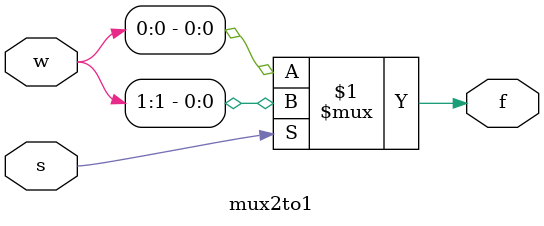
<source format=v>
module mux2to1 (w, s, f);
    input [1:0] w;
    input s;
    output f;

    assign f = s ? w[1] : w[0];
endmodule
</source>
